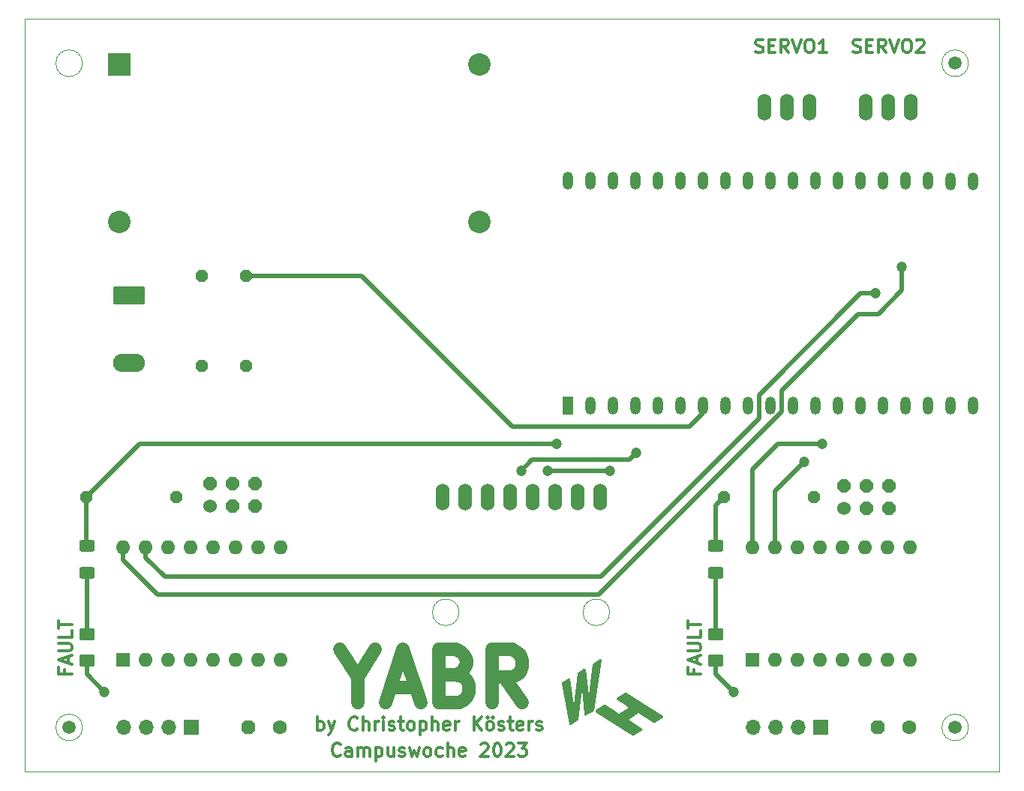
<source format=gbr>
G04 #@! TF.GenerationSoftware,KiCad,Pcbnew,7.0.6-7.0.6~ubuntu22.04.1*
G04 #@! TF.CreationDate,2023-07-18T11:05:44+02:00*
G04 #@! TF.ProjectId,YABR_Bot,59414252-5f42-46f7-942e-6b696361645f,1.0*
G04 #@! TF.SameCoordinates,Original*
G04 #@! TF.FileFunction,Copper,L1,Top*
G04 #@! TF.FilePolarity,Positive*
%FSLAX46Y46*%
G04 Gerber Fmt 4.6, Leading zero omitted, Abs format (unit mm)*
G04 Created by KiCad (PCBNEW 7.0.6-7.0.6~ubuntu22.04.1) date 2023-07-18 11:05:44*
%MOMM*%
%LPD*%
G01*
G04 APERTURE LIST*
G04 Aperture macros list*
%AMRoundRect*
0 Rectangle with rounded corners*
0 $1 Rounding radius*
0 $2 $3 $4 $5 $6 $7 $8 $9 X,Y pos of 4 corners*
0 Add a 4 corners polygon primitive as box body*
4,1,4,$2,$3,$4,$5,$6,$7,$8,$9,$2,$3,0*
0 Add four circle primitives for the rounded corners*
1,1,$1+$1,$2,$3*
1,1,$1+$1,$4,$5*
1,1,$1+$1,$6,$7*
1,1,$1+$1,$8,$9*
0 Add four rect primitives between the rounded corners*
20,1,$1+$1,$2,$3,$4,$5,0*
20,1,$1+$1,$4,$5,$6,$7,0*
20,1,$1+$1,$6,$7,$8,$9,0*
20,1,$1+$1,$8,$9,$2,$3,0*%
%AMOutline5P*
0 Free polygon, 5 corners , with rotation*
0 The origin of the aperture is its center*
0 number of corners: always 5*
0 $1 to $10 corner X, Y*
0 $11 Rotation angle, in degrees counterclockwise*
0 create outline with 5 corners*
4,1,5,$1,$2,$3,$4,$5,$6,$7,$8,$9,$10,$1,$2,$11*%
%AMOutline6P*
0 Free polygon, 6 corners , with rotation*
0 The origin of the aperture is its center*
0 number of corners: always 6*
0 $1 to $12 corner X, Y*
0 $13 Rotation angle, in degrees counterclockwise*
0 create outline with 6 corners*
4,1,6,$1,$2,$3,$4,$5,$6,$7,$8,$9,$10,$11,$12,$1,$2,$13*%
%AMOutline7P*
0 Free polygon, 7 corners , with rotation*
0 The origin of the aperture is its center*
0 number of corners: always 7*
0 $1 to $14 corner X, Y*
0 $15 Rotation angle, in degrees counterclockwise*
0 create outline with 7 corners*
4,1,7,$1,$2,$3,$4,$5,$6,$7,$8,$9,$10,$11,$12,$13,$14,$1,$2,$15*%
%AMOutline8P*
0 Free polygon, 8 corners , with rotation*
0 The origin of the aperture is its center*
0 number of corners: always 8*
0 $1 to $16 corner X, Y*
0 $17 Rotation angle, in degrees counterclockwise*
0 create outline with 8 corners*
4,1,8,$1,$2,$3,$4,$5,$6,$7,$8,$9,$10,$11,$12,$13,$14,$15,$16,$1,$2,$17*%
G04 Aperture macros list end*
G04 #@! TA.AperFunction,Profile*
%ADD10C,0.100000*%
G04 #@! TD*
%ADD11C,0.300000*%
G04 #@! TA.AperFunction,NonConductor*
%ADD12C,0.300000*%
G04 #@! TD*
%ADD13C,1.500000*%
G04 #@! TA.AperFunction,NonConductor*
%ADD14C,1.500000*%
G04 #@! TD*
G04 #@! TA.AperFunction,SMDPad,CuDef*
%ADD15C,1.500000*%
G04 #@! TD*
G04 #@! TA.AperFunction,ComponentPad*
%ADD16Outline8P,-0.660400X0.273547X-0.273547X0.660400X0.273547X0.660400X0.660400X0.273547X0.660400X-0.273547X0.273547X-0.660400X-0.273547X-0.660400X-0.660400X-0.273547X90.000000*%
G04 #@! TD*
G04 #@! TA.AperFunction,ComponentPad*
%ADD17C,1.524000*%
G04 #@! TD*
G04 #@! TA.AperFunction,ComponentPad*
%ADD18Outline8P,-0.762000X0.315631X-0.315631X0.762000X0.315631X0.762000X0.762000X0.315631X0.762000X-0.315631X0.315631X-0.762000X-0.315631X-0.762000X-0.762000X-0.315631X0.000000*%
G04 #@! TD*
G04 #@! TA.AperFunction,ComponentPad*
%ADD19O,1.524000X3.048000*%
G04 #@! TD*
G04 #@! TA.AperFunction,ComponentPad*
%ADD20RoundRect,0.250001X-1.549999X0.799999X-1.549999X-0.799999X1.549999X-0.799999X1.549999X0.799999X0*%
G04 #@! TD*
G04 #@! TA.AperFunction,ComponentPad*
%ADD21O,3.600000X2.100000*%
G04 #@! TD*
G04 #@! TA.AperFunction,ComponentPad*
%ADD22C,1.600200*%
G04 #@! TD*
G04 #@! TA.AperFunction,ComponentPad*
%ADD23Outline8P,-0.800100X0.331412X-0.331412X0.800100X0.331412X0.800100X0.800100X0.331412X0.800100X-0.331412X0.331412X-0.800100X-0.331412X-0.800100X-0.800100X-0.331412X180.000000*%
G04 #@! TD*
G04 #@! TA.AperFunction,ComponentPad*
%ADD24R,2.540000X2.540000*%
G04 #@! TD*
G04 #@! TA.AperFunction,ComponentPad*
%ADD25C,2.540000*%
G04 #@! TD*
G04 #@! TA.AperFunction,ComponentPad*
%ADD26R,1.600000X1.600000*%
G04 #@! TD*
G04 #@! TA.AperFunction,ComponentPad*
%ADD27O,1.600000X1.600000*%
G04 #@! TD*
G04 #@! TA.AperFunction,ComponentPad*
%ADD28R,1.700000X1.700000*%
G04 #@! TD*
G04 #@! TA.AperFunction,ComponentPad*
%ADD29O,1.700000X1.700000*%
G04 #@! TD*
G04 #@! TA.AperFunction,ComponentPad*
%ADD30Outline8P,-0.660400X0.273547X-0.273547X0.660400X0.273547X0.660400X0.660400X0.273547X0.660400X-0.273547X0.273547X-0.660400X-0.273547X-0.660400X-0.660400X-0.273547X180.000000*%
G04 #@! TD*
G04 #@! TA.AperFunction,SMDPad,CuDef*
%ADD31RoundRect,0.250000X-0.625000X0.400000X-0.625000X-0.400000X0.625000X-0.400000X0.625000X0.400000X0*%
G04 #@! TD*
G04 #@! TA.AperFunction,SMDPad,CuDef*
%ADD32RoundRect,0.250001X0.624999X-0.462499X0.624999X0.462499X-0.624999X0.462499X-0.624999X-0.462499X0*%
G04 #@! TD*
G04 #@! TA.AperFunction,ComponentPad*
%ADD33Outline8P,-0.660400X0.273547X-0.273547X0.660400X0.273547X0.660400X0.660400X0.273547X0.660400X-0.273547X0.273547X-0.660400X-0.273547X-0.660400X-0.660400X-0.273547X270.000000*%
G04 #@! TD*
G04 #@! TA.AperFunction,ComponentPad*
%ADD34R,1.200000X2.000000*%
G04 #@! TD*
G04 #@! TA.AperFunction,ComponentPad*
%ADD35O,1.200000X2.000000*%
G04 #@! TD*
G04 #@! TA.AperFunction,ViaPad*
%ADD36C,1.200000*%
G04 #@! TD*
G04 #@! TA.AperFunction,Conductor*
%ADD37C,0.500000*%
G04 #@! TD*
G04 #@! TA.AperFunction,Conductor*
%ADD38C,0.250000*%
G04 #@! TD*
G04 #@! TA.AperFunction,Conductor*
%ADD39C,1.250000*%
G04 #@! TD*
%ADD40C,0.350000*%
G04 APERTURE END LIST*
D10*
X20000000Y-17000000D02*
X130000000Y-17000000D01*
X130000000Y-102000000D01*
X20000000Y-102000000D01*
X20000000Y-17000000D01*
X26500000Y-22000000D02*
G75*
G03*
X26500000Y-22000000I-1500000J0D01*
G01*
X86000000Y-84000000D02*
G75*
G03*
X86000000Y-84000000I-1500000J0D01*
G01*
X126500000Y-97000000D02*
G75*
G03*
X126500000Y-97000000I-1500000J0D01*
G01*
X126500000Y-22000000D02*
G75*
G03*
X126500000Y-22000000I-1500000J0D01*
G01*
X26500000Y-97000000D02*
G75*
G03*
X26500000Y-97000000I-1500000J0D01*
G01*
X69000000Y-84000000D02*
G75*
G03*
X69000000Y-84000000I-1500000J0D01*
G01*
D11*
D12*
X95515114Y-90445489D02*
X95515114Y-90945489D01*
X96300828Y-90945489D02*
X94800828Y-90945489D01*
X94800828Y-90945489D02*
X94800828Y-90231203D01*
X95872257Y-89731203D02*
X95872257Y-89016918D01*
X96300828Y-89874060D02*
X94800828Y-89374060D01*
X94800828Y-89374060D02*
X96300828Y-88874060D01*
X94800828Y-88374061D02*
X96015114Y-88374061D01*
X96015114Y-88374061D02*
X96157971Y-88302632D01*
X96157971Y-88302632D02*
X96229400Y-88231204D01*
X96229400Y-88231204D02*
X96300828Y-88088346D01*
X96300828Y-88088346D02*
X96300828Y-87802632D01*
X96300828Y-87802632D02*
X96229400Y-87659775D01*
X96229400Y-87659775D02*
X96157971Y-87588346D01*
X96157971Y-87588346D02*
X96015114Y-87516918D01*
X96015114Y-87516918D02*
X94800828Y-87516918D01*
X96300828Y-86088346D02*
X96300828Y-86802632D01*
X96300828Y-86802632D02*
X94800828Y-86802632D01*
X94800828Y-85802631D02*
X94800828Y-84945489D01*
X96300828Y-85374060D02*
X94800828Y-85374060D01*
D11*
D12*
X113483082Y-20729400D02*
X113697368Y-20800828D01*
X113697368Y-20800828D02*
X114054510Y-20800828D01*
X114054510Y-20800828D02*
X114197368Y-20729400D01*
X114197368Y-20729400D02*
X114268796Y-20657971D01*
X114268796Y-20657971D02*
X114340225Y-20515114D01*
X114340225Y-20515114D02*
X114340225Y-20372257D01*
X114340225Y-20372257D02*
X114268796Y-20229400D01*
X114268796Y-20229400D02*
X114197368Y-20157971D01*
X114197368Y-20157971D02*
X114054510Y-20086542D01*
X114054510Y-20086542D02*
X113768796Y-20015114D01*
X113768796Y-20015114D02*
X113625939Y-19943685D01*
X113625939Y-19943685D02*
X113554510Y-19872257D01*
X113554510Y-19872257D02*
X113483082Y-19729400D01*
X113483082Y-19729400D02*
X113483082Y-19586542D01*
X113483082Y-19586542D02*
X113554510Y-19443685D01*
X113554510Y-19443685D02*
X113625939Y-19372257D01*
X113625939Y-19372257D02*
X113768796Y-19300828D01*
X113768796Y-19300828D02*
X114125939Y-19300828D01*
X114125939Y-19300828D02*
X114340225Y-19372257D01*
X114983081Y-20015114D02*
X115483081Y-20015114D01*
X115697367Y-20800828D02*
X114983081Y-20800828D01*
X114983081Y-20800828D02*
X114983081Y-19300828D01*
X114983081Y-19300828D02*
X115697367Y-19300828D01*
X117197367Y-20800828D02*
X116697367Y-20086542D01*
X116340224Y-20800828D02*
X116340224Y-19300828D01*
X116340224Y-19300828D02*
X116911653Y-19300828D01*
X116911653Y-19300828D02*
X117054510Y-19372257D01*
X117054510Y-19372257D02*
X117125939Y-19443685D01*
X117125939Y-19443685D02*
X117197367Y-19586542D01*
X117197367Y-19586542D02*
X117197367Y-19800828D01*
X117197367Y-19800828D02*
X117125939Y-19943685D01*
X117125939Y-19943685D02*
X117054510Y-20015114D01*
X117054510Y-20015114D02*
X116911653Y-20086542D01*
X116911653Y-20086542D02*
X116340224Y-20086542D01*
X117625939Y-19300828D02*
X118125939Y-20800828D01*
X118125939Y-20800828D02*
X118625939Y-19300828D01*
X119411653Y-19300828D02*
X119697367Y-19300828D01*
X119697367Y-19300828D02*
X119840224Y-19372257D01*
X119840224Y-19372257D02*
X119983081Y-19515114D01*
X119983081Y-19515114D02*
X120054510Y-19800828D01*
X120054510Y-19800828D02*
X120054510Y-20300828D01*
X120054510Y-20300828D02*
X119983081Y-20586542D01*
X119983081Y-20586542D02*
X119840224Y-20729400D01*
X119840224Y-20729400D02*
X119697367Y-20800828D01*
X119697367Y-20800828D02*
X119411653Y-20800828D01*
X119411653Y-20800828D02*
X119268796Y-20729400D01*
X119268796Y-20729400D02*
X119125938Y-20586542D01*
X119125938Y-20586542D02*
X119054510Y-20300828D01*
X119054510Y-20300828D02*
X119054510Y-19800828D01*
X119054510Y-19800828D02*
X119125938Y-19515114D01*
X119125938Y-19515114D02*
X119268796Y-19372257D01*
X119268796Y-19372257D02*
X119411653Y-19300828D01*
X120625939Y-19443685D02*
X120697367Y-19372257D01*
X120697367Y-19372257D02*
X120840225Y-19300828D01*
X120840225Y-19300828D02*
X121197367Y-19300828D01*
X121197367Y-19300828D02*
X121340225Y-19372257D01*
X121340225Y-19372257D02*
X121411653Y-19443685D01*
X121411653Y-19443685D02*
X121483082Y-19586542D01*
X121483082Y-19586542D02*
X121483082Y-19729400D01*
X121483082Y-19729400D02*
X121411653Y-19943685D01*
X121411653Y-19943685D02*
X120554510Y-20800828D01*
X120554510Y-20800828D02*
X121483082Y-20800828D01*
D11*
D12*
X53034510Y-97330828D02*
X53034510Y-95830828D01*
X53034510Y-96402257D02*
X53177368Y-96330828D01*
X53177368Y-96330828D02*
X53463082Y-96330828D01*
X53463082Y-96330828D02*
X53605939Y-96402257D01*
X53605939Y-96402257D02*
X53677368Y-96473685D01*
X53677368Y-96473685D02*
X53748796Y-96616542D01*
X53748796Y-96616542D02*
X53748796Y-97045114D01*
X53748796Y-97045114D02*
X53677368Y-97187971D01*
X53677368Y-97187971D02*
X53605939Y-97259400D01*
X53605939Y-97259400D02*
X53463082Y-97330828D01*
X53463082Y-97330828D02*
X53177368Y-97330828D01*
X53177368Y-97330828D02*
X53034510Y-97259400D01*
X54248796Y-96330828D02*
X54605939Y-97330828D01*
X54963082Y-96330828D02*
X54605939Y-97330828D01*
X54605939Y-97330828D02*
X54463082Y-97687971D01*
X54463082Y-97687971D02*
X54391653Y-97759400D01*
X54391653Y-97759400D02*
X54248796Y-97830828D01*
X57534510Y-97187971D02*
X57463082Y-97259400D01*
X57463082Y-97259400D02*
X57248796Y-97330828D01*
X57248796Y-97330828D02*
X57105939Y-97330828D01*
X57105939Y-97330828D02*
X56891653Y-97259400D01*
X56891653Y-97259400D02*
X56748796Y-97116542D01*
X56748796Y-97116542D02*
X56677367Y-96973685D01*
X56677367Y-96973685D02*
X56605939Y-96687971D01*
X56605939Y-96687971D02*
X56605939Y-96473685D01*
X56605939Y-96473685D02*
X56677367Y-96187971D01*
X56677367Y-96187971D02*
X56748796Y-96045114D01*
X56748796Y-96045114D02*
X56891653Y-95902257D01*
X56891653Y-95902257D02*
X57105939Y-95830828D01*
X57105939Y-95830828D02*
X57248796Y-95830828D01*
X57248796Y-95830828D02*
X57463082Y-95902257D01*
X57463082Y-95902257D02*
X57534510Y-95973685D01*
X58177367Y-97330828D02*
X58177367Y-95830828D01*
X58820225Y-97330828D02*
X58820225Y-96545114D01*
X58820225Y-96545114D02*
X58748796Y-96402257D01*
X58748796Y-96402257D02*
X58605939Y-96330828D01*
X58605939Y-96330828D02*
X58391653Y-96330828D01*
X58391653Y-96330828D02*
X58248796Y-96402257D01*
X58248796Y-96402257D02*
X58177367Y-96473685D01*
X59534510Y-97330828D02*
X59534510Y-96330828D01*
X59534510Y-96616542D02*
X59605939Y-96473685D01*
X59605939Y-96473685D02*
X59677368Y-96402257D01*
X59677368Y-96402257D02*
X59820225Y-96330828D01*
X59820225Y-96330828D02*
X59963082Y-96330828D01*
X60463081Y-97330828D02*
X60463081Y-96330828D01*
X60463081Y-95830828D02*
X60391653Y-95902257D01*
X60391653Y-95902257D02*
X60463081Y-95973685D01*
X60463081Y-95973685D02*
X60534510Y-95902257D01*
X60534510Y-95902257D02*
X60463081Y-95830828D01*
X60463081Y-95830828D02*
X60463081Y-95973685D01*
X61105939Y-97259400D02*
X61248796Y-97330828D01*
X61248796Y-97330828D02*
X61534510Y-97330828D01*
X61534510Y-97330828D02*
X61677367Y-97259400D01*
X61677367Y-97259400D02*
X61748796Y-97116542D01*
X61748796Y-97116542D02*
X61748796Y-97045114D01*
X61748796Y-97045114D02*
X61677367Y-96902257D01*
X61677367Y-96902257D02*
X61534510Y-96830828D01*
X61534510Y-96830828D02*
X61320225Y-96830828D01*
X61320225Y-96830828D02*
X61177367Y-96759400D01*
X61177367Y-96759400D02*
X61105939Y-96616542D01*
X61105939Y-96616542D02*
X61105939Y-96545114D01*
X61105939Y-96545114D02*
X61177367Y-96402257D01*
X61177367Y-96402257D02*
X61320225Y-96330828D01*
X61320225Y-96330828D02*
X61534510Y-96330828D01*
X61534510Y-96330828D02*
X61677367Y-96402257D01*
X62177368Y-96330828D02*
X62748796Y-96330828D01*
X62391653Y-95830828D02*
X62391653Y-97116542D01*
X62391653Y-97116542D02*
X62463082Y-97259400D01*
X62463082Y-97259400D02*
X62605939Y-97330828D01*
X62605939Y-97330828D02*
X62748796Y-97330828D01*
X63463082Y-97330828D02*
X63320225Y-97259400D01*
X63320225Y-97259400D02*
X63248796Y-97187971D01*
X63248796Y-97187971D02*
X63177368Y-97045114D01*
X63177368Y-97045114D02*
X63177368Y-96616542D01*
X63177368Y-96616542D02*
X63248796Y-96473685D01*
X63248796Y-96473685D02*
X63320225Y-96402257D01*
X63320225Y-96402257D02*
X63463082Y-96330828D01*
X63463082Y-96330828D02*
X63677368Y-96330828D01*
X63677368Y-96330828D02*
X63820225Y-96402257D01*
X63820225Y-96402257D02*
X63891654Y-96473685D01*
X63891654Y-96473685D02*
X63963082Y-96616542D01*
X63963082Y-96616542D02*
X63963082Y-97045114D01*
X63963082Y-97045114D02*
X63891654Y-97187971D01*
X63891654Y-97187971D02*
X63820225Y-97259400D01*
X63820225Y-97259400D02*
X63677368Y-97330828D01*
X63677368Y-97330828D02*
X63463082Y-97330828D01*
X64605939Y-96330828D02*
X64605939Y-97830828D01*
X64605939Y-96402257D02*
X64748797Y-96330828D01*
X64748797Y-96330828D02*
X65034511Y-96330828D01*
X65034511Y-96330828D02*
X65177368Y-96402257D01*
X65177368Y-96402257D02*
X65248797Y-96473685D01*
X65248797Y-96473685D02*
X65320225Y-96616542D01*
X65320225Y-96616542D02*
X65320225Y-97045114D01*
X65320225Y-97045114D02*
X65248797Y-97187971D01*
X65248797Y-97187971D02*
X65177368Y-97259400D01*
X65177368Y-97259400D02*
X65034511Y-97330828D01*
X65034511Y-97330828D02*
X64748797Y-97330828D01*
X64748797Y-97330828D02*
X64605939Y-97259400D01*
X65963082Y-97330828D02*
X65963082Y-95830828D01*
X66605940Y-97330828D02*
X66605940Y-96545114D01*
X66605940Y-96545114D02*
X66534511Y-96402257D01*
X66534511Y-96402257D02*
X66391654Y-96330828D01*
X66391654Y-96330828D02*
X66177368Y-96330828D01*
X66177368Y-96330828D02*
X66034511Y-96402257D01*
X66034511Y-96402257D02*
X65963082Y-96473685D01*
X67891654Y-97259400D02*
X67748797Y-97330828D01*
X67748797Y-97330828D02*
X67463083Y-97330828D01*
X67463083Y-97330828D02*
X67320225Y-97259400D01*
X67320225Y-97259400D02*
X67248797Y-97116542D01*
X67248797Y-97116542D02*
X67248797Y-96545114D01*
X67248797Y-96545114D02*
X67320225Y-96402257D01*
X67320225Y-96402257D02*
X67463083Y-96330828D01*
X67463083Y-96330828D02*
X67748797Y-96330828D01*
X67748797Y-96330828D02*
X67891654Y-96402257D01*
X67891654Y-96402257D02*
X67963083Y-96545114D01*
X67963083Y-96545114D02*
X67963083Y-96687971D01*
X67963083Y-96687971D02*
X67248797Y-96830828D01*
X68605939Y-97330828D02*
X68605939Y-96330828D01*
X68605939Y-96616542D02*
X68677368Y-96473685D01*
X68677368Y-96473685D02*
X68748797Y-96402257D01*
X68748797Y-96402257D02*
X68891654Y-96330828D01*
X68891654Y-96330828D02*
X69034511Y-96330828D01*
X70677367Y-97330828D02*
X70677367Y-95830828D01*
X71534510Y-97330828D02*
X70891653Y-96473685D01*
X71534510Y-95830828D02*
X70677367Y-96687971D01*
X72391653Y-97330828D02*
X72248796Y-97259400D01*
X72248796Y-97259400D02*
X72177367Y-97187971D01*
X72177367Y-97187971D02*
X72105939Y-97045114D01*
X72105939Y-97045114D02*
X72105939Y-96616542D01*
X72105939Y-96616542D02*
X72177367Y-96473685D01*
X72177367Y-96473685D02*
X72248796Y-96402257D01*
X72248796Y-96402257D02*
X72391653Y-96330828D01*
X72391653Y-96330828D02*
X72605939Y-96330828D01*
X72605939Y-96330828D02*
X72748796Y-96402257D01*
X72748796Y-96402257D02*
X72820225Y-96473685D01*
X72820225Y-96473685D02*
X72891653Y-96616542D01*
X72891653Y-96616542D02*
X72891653Y-97045114D01*
X72891653Y-97045114D02*
X72820225Y-97187971D01*
X72820225Y-97187971D02*
X72748796Y-97259400D01*
X72748796Y-97259400D02*
X72605939Y-97330828D01*
X72605939Y-97330828D02*
X72391653Y-97330828D01*
X72248796Y-95830828D02*
X72320225Y-95902257D01*
X72320225Y-95902257D02*
X72248796Y-95973685D01*
X72248796Y-95973685D02*
X72177367Y-95902257D01*
X72177367Y-95902257D02*
X72248796Y-95830828D01*
X72248796Y-95830828D02*
X72248796Y-95973685D01*
X72820225Y-95830828D02*
X72891653Y-95902257D01*
X72891653Y-95902257D02*
X72820225Y-95973685D01*
X72820225Y-95973685D02*
X72748796Y-95902257D01*
X72748796Y-95902257D02*
X72820225Y-95830828D01*
X72820225Y-95830828D02*
X72820225Y-95973685D01*
X73463082Y-97259400D02*
X73605939Y-97330828D01*
X73605939Y-97330828D02*
X73891653Y-97330828D01*
X73891653Y-97330828D02*
X74034510Y-97259400D01*
X74034510Y-97259400D02*
X74105939Y-97116542D01*
X74105939Y-97116542D02*
X74105939Y-97045114D01*
X74105939Y-97045114D02*
X74034510Y-96902257D01*
X74034510Y-96902257D02*
X73891653Y-96830828D01*
X73891653Y-96830828D02*
X73677368Y-96830828D01*
X73677368Y-96830828D02*
X73534510Y-96759400D01*
X73534510Y-96759400D02*
X73463082Y-96616542D01*
X73463082Y-96616542D02*
X73463082Y-96545114D01*
X73463082Y-96545114D02*
X73534510Y-96402257D01*
X73534510Y-96402257D02*
X73677368Y-96330828D01*
X73677368Y-96330828D02*
X73891653Y-96330828D01*
X73891653Y-96330828D02*
X74034510Y-96402257D01*
X74534511Y-96330828D02*
X75105939Y-96330828D01*
X74748796Y-95830828D02*
X74748796Y-97116542D01*
X74748796Y-97116542D02*
X74820225Y-97259400D01*
X74820225Y-97259400D02*
X74963082Y-97330828D01*
X74963082Y-97330828D02*
X75105939Y-97330828D01*
X76177368Y-97259400D02*
X76034511Y-97330828D01*
X76034511Y-97330828D02*
X75748797Y-97330828D01*
X75748797Y-97330828D02*
X75605939Y-97259400D01*
X75605939Y-97259400D02*
X75534511Y-97116542D01*
X75534511Y-97116542D02*
X75534511Y-96545114D01*
X75534511Y-96545114D02*
X75605939Y-96402257D01*
X75605939Y-96402257D02*
X75748797Y-96330828D01*
X75748797Y-96330828D02*
X76034511Y-96330828D01*
X76034511Y-96330828D02*
X76177368Y-96402257D01*
X76177368Y-96402257D02*
X76248797Y-96545114D01*
X76248797Y-96545114D02*
X76248797Y-96687971D01*
X76248797Y-96687971D02*
X75534511Y-96830828D01*
X76891653Y-97330828D02*
X76891653Y-96330828D01*
X76891653Y-96616542D02*
X76963082Y-96473685D01*
X76963082Y-96473685D02*
X77034511Y-96402257D01*
X77034511Y-96402257D02*
X77177368Y-96330828D01*
X77177368Y-96330828D02*
X77320225Y-96330828D01*
X77748796Y-97259400D02*
X77891653Y-97330828D01*
X77891653Y-97330828D02*
X78177367Y-97330828D01*
X78177367Y-97330828D02*
X78320224Y-97259400D01*
X78320224Y-97259400D02*
X78391653Y-97116542D01*
X78391653Y-97116542D02*
X78391653Y-97045114D01*
X78391653Y-97045114D02*
X78320224Y-96902257D01*
X78320224Y-96902257D02*
X78177367Y-96830828D01*
X78177367Y-96830828D02*
X77963082Y-96830828D01*
X77963082Y-96830828D02*
X77820224Y-96759400D01*
X77820224Y-96759400D02*
X77748796Y-96616542D01*
X77748796Y-96616542D02*
X77748796Y-96545114D01*
X77748796Y-96545114D02*
X77820224Y-96402257D01*
X77820224Y-96402257D02*
X77963082Y-96330828D01*
X77963082Y-96330828D02*
X78177367Y-96330828D01*
X78177367Y-96330828D02*
X78320224Y-96402257D01*
D11*
D12*
X55611653Y-100137971D02*
X55540225Y-100209400D01*
X55540225Y-100209400D02*
X55325939Y-100280828D01*
X55325939Y-100280828D02*
X55183082Y-100280828D01*
X55183082Y-100280828D02*
X54968796Y-100209400D01*
X54968796Y-100209400D02*
X54825939Y-100066542D01*
X54825939Y-100066542D02*
X54754510Y-99923685D01*
X54754510Y-99923685D02*
X54683082Y-99637971D01*
X54683082Y-99637971D02*
X54683082Y-99423685D01*
X54683082Y-99423685D02*
X54754510Y-99137971D01*
X54754510Y-99137971D02*
X54825939Y-98995114D01*
X54825939Y-98995114D02*
X54968796Y-98852257D01*
X54968796Y-98852257D02*
X55183082Y-98780828D01*
X55183082Y-98780828D02*
X55325939Y-98780828D01*
X55325939Y-98780828D02*
X55540225Y-98852257D01*
X55540225Y-98852257D02*
X55611653Y-98923685D01*
X56897368Y-100280828D02*
X56897368Y-99495114D01*
X56897368Y-99495114D02*
X56825939Y-99352257D01*
X56825939Y-99352257D02*
X56683082Y-99280828D01*
X56683082Y-99280828D02*
X56397368Y-99280828D01*
X56397368Y-99280828D02*
X56254510Y-99352257D01*
X56897368Y-100209400D02*
X56754510Y-100280828D01*
X56754510Y-100280828D02*
X56397368Y-100280828D01*
X56397368Y-100280828D02*
X56254510Y-100209400D01*
X56254510Y-100209400D02*
X56183082Y-100066542D01*
X56183082Y-100066542D02*
X56183082Y-99923685D01*
X56183082Y-99923685D02*
X56254510Y-99780828D01*
X56254510Y-99780828D02*
X56397368Y-99709400D01*
X56397368Y-99709400D02*
X56754510Y-99709400D01*
X56754510Y-99709400D02*
X56897368Y-99637971D01*
X57611653Y-100280828D02*
X57611653Y-99280828D01*
X57611653Y-99423685D02*
X57683082Y-99352257D01*
X57683082Y-99352257D02*
X57825939Y-99280828D01*
X57825939Y-99280828D02*
X58040225Y-99280828D01*
X58040225Y-99280828D02*
X58183082Y-99352257D01*
X58183082Y-99352257D02*
X58254511Y-99495114D01*
X58254511Y-99495114D02*
X58254511Y-100280828D01*
X58254511Y-99495114D02*
X58325939Y-99352257D01*
X58325939Y-99352257D02*
X58468796Y-99280828D01*
X58468796Y-99280828D02*
X58683082Y-99280828D01*
X58683082Y-99280828D02*
X58825939Y-99352257D01*
X58825939Y-99352257D02*
X58897368Y-99495114D01*
X58897368Y-99495114D02*
X58897368Y-100280828D01*
X59611653Y-99280828D02*
X59611653Y-100780828D01*
X59611653Y-99352257D02*
X59754511Y-99280828D01*
X59754511Y-99280828D02*
X60040225Y-99280828D01*
X60040225Y-99280828D02*
X60183082Y-99352257D01*
X60183082Y-99352257D02*
X60254511Y-99423685D01*
X60254511Y-99423685D02*
X60325939Y-99566542D01*
X60325939Y-99566542D02*
X60325939Y-99995114D01*
X60325939Y-99995114D02*
X60254511Y-100137971D01*
X60254511Y-100137971D02*
X60183082Y-100209400D01*
X60183082Y-100209400D02*
X60040225Y-100280828D01*
X60040225Y-100280828D02*
X59754511Y-100280828D01*
X59754511Y-100280828D02*
X59611653Y-100209400D01*
X61611654Y-99280828D02*
X61611654Y-100280828D01*
X60968796Y-99280828D02*
X60968796Y-100066542D01*
X60968796Y-100066542D02*
X61040225Y-100209400D01*
X61040225Y-100209400D02*
X61183082Y-100280828D01*
X61183082Y-100280828D02*
X61397368Y-100280828D01*
X61397368Y-100280828D02*
X61540225Y-100209400D01*
X61540225Y-100209400D02*
X61611654Y-100137971D01*
X62254511Y-100209400D02*
X62397368Y-100280828D01*
X62397368Y-100280828D02*
X62683082Y-100280828D01*
X62683082Y-100280828D02*
X62825939Y-100209400D01*
X62825939Y-100209400D02*
X62897368Y-100066542D01*
X62897368Y-100066542D02*
X62897368Y-99995114D01*
X62897368Y-99995114D02*
X62825939Y-99852257D01*
X62825939Y-99852257D02*
X62683082Y-99780828D01*
X62683082Y-99780828D02*
X62468797Y-99780828D01*
X62468797Y-99780828D02*
X62325939Y-99709400D01*
X62325939Y-99709400D02*
X62254511Y-99566542D01*
X62254511Y-99566542D02*
X62254511Y-99495114D01*
X62254511Y-99495114D02*
X62325939Y-99352257D01*
X62325939Y-99352257D02*
X62468797Y-99280828D01*
X62468797Y-99280828D02*
X62683082Y-99280828D01*
X62683082Y-99280828D02*
X62825939Y-99352257D01*
X63397368Y-99280828D02*
X63683083Y-100280828D01*
X63683083Y-100280828D02*
X63968797Y-99566542D01*
X63968797Y-99566542D02*
X64254511Y-100280828D01*
X64254511Y-100280828D02*
X64540225Y-99280828D01*
X65325940Y-100280828D02*
X65183083Y-100209400D01*
X65183083Y-100209400D02*
X65111654Y-100137971D01*
X65111654Y-100137971D02*
X65040226Y-99995114D01*
X65040226Y-99995114D02*
X65040226Y-99566542D01*
X65040226Y-99566542D02*
X65111654Y-99423685D01*
X65111654Y-99423685D02*
X65183083Y-99352257D01*
X65183083Y-99352257D02*
X65325940Y-99280828D01*
X65325940Y-99280828D02*
X65540226Y-99280828D01*
X65540226Y-99280828D02*
X65683083Y-99352257D01*
X65683083Y-99352257D02*
X65754512Y-99423685D01*
X65754512Y-99423685D02*
X65825940Y-99566542D01*
X65825940Y-99566542D02*
X65825940Y-99995114D01*
X65825940Y-99995114D02*
X65754512Y-100137971D01*
X65754512Y-100137971D02*
X65683083Y-100209400D01*
X65683083Y-100209400D02*
X65540226Y-100280828D01*
X65540226Y-100280828D02*
X65325940Y-100280828D01*
X67111655Y-100209400D02*
X66968797Y-100280828D01*
X66968797Y-100280828D02*
X66683083Y-100280828D01*
X66683083Y-100280828D02*
X66540226Y-100209400D01*
X66540226Y-100209400D02*
X66468797Y-100137971D01*
X66468797Y-100137971D02*
X66397369Y-99995114D01*
X66397369Y-99995114D02*
X66397369Y-99566542D01*
X66397369Y-99566542D02*
X66468797Y-99423685D01*
X66468797Y-99423685D02*
X66540226Y-99352257D01*
X66540226Y-99352257D02*
X66683083Y-99280828D01*
X66683083Y-99280828D02*
X66968797Y-99280828D01*
X66968797Y-99280828D02*
X67111655Y-99352257D01*
X67754511Y-100280828D02*
X67754511Y-98780828D01*
X68397369Y-100280828D02*
X68397369Y-99495114D01*
X68397369Y-99495114D02*
X68325940Y-99352257D01*
X68325940Y-99352257D02*
X68183083Y-99280828D01*
X68183083Y-99280828D02*
X67968797Y-99280828D01*
X67968797Y-99280828D02*
X67825940Y-99352257D01*
X67825940Y-99352257D02*
X67754511Y-99423685D01*
X69683083Y-100209400D02*
X69540226Y-100280828D01*
X69540226Y-100280828D02*
X69254512Y-100280828D01*
X69254512Y-100280828D02*
X69111654Y-100209400D01*
X69111654Y-100209400D02*
X69040226Y-100066542D01*
X69040226Y-100066542D02*
X69040226Y-99495114D01*
X69040226Y-99495114D02*
X69111654Y-99352257D01*
X69111654Y-99352257D02*
X69254512Y-99280828D01*
X69254512Y-99280828D02*
X69540226Y-99280828D01*
X69540226Y-99280828D02*
X69683083Y-99352257D01*
X69683083Y-99352257D02*
X69754512Y-99495114D01*
X69754512Y-99495114D02*
X69754512Y-99637971D01*
X69754512Y-99637971D02*
X69040226Y-99780828D01*
X71468797Y-98923685D02*
X71540225Y-98852257D01*
X71540225Y-98852257D02*
X71683083Y-98780828D01*
X71683083Y-98780828D02*
X72040225Y-98780828D01*
X72040225Y-98780828D02*
X72183083Y-98852257D01*
X72183083Y-98852257D02*
X72254511Y-98923685D01*
X72254511Y-98923685D02*
X72325940Y-99066542D01*
X72325940Y-99066542D02*
X72325940Y-99209400D01*
X72325940Y-99209400D02*
X72254511Y-99423685D01*
X72254511Y-99423685D02*
X71397368Y-100280828D01*
X71397368Y-100280828D02*
X72325940Y-100280828D01*
X73254511Y-98780828D02*
X73397368Y-98780828D01*
X73397368Y-98780828D02*
X73540225Y-98852257D01*
X73540225Y-98852257D02*
X73611654Y-98923685D01*
X73611654Y-98923685D02*
X73683082Y-99066542D01*
X73683082Y-99066542D02*
X73754511Y-99352257D01*
X73754511Y-99352257D02*
X73754511Y-99709400D01*
X73754511Y-99709400D02*
X73683082Y-99995114D01*
X73683082Y-99995114D02*
X73611654Y-100137971D01*
X73611654Y-100137971D02*
X73540225Y-100209400D01*
X73540225Y-100209400D02*
X73397368Y-100280828D01*
X73397368Y-100280828D02*
X73254511Y-100280828D01*
X73254511Y-100280828D02*
X73111654Y-100209400D01*
X73111654Y-100209400D02*
X73040225Y-100137971D01*
X73040225Y-100137971D02*
X72968796Y-99995114D01*
X72968796Y-99995114D02*
X72897368Y-99709400D01*
X72897368Y-99709400D02*
X72897368Y-99352257D01*
X72897368Y-99352257D02*
X72968796Y-99066542D01*
X72968796Y-99066542D02*
X73040225Y-98923685D01*
X73040225Y-98923685D02*
X73111654Y-98852257D01*
X73111654Y-98852257D02*
X73254511Y-98780828D01*
X74325939Y-98923685D02*
X74397367Y-98852257D01*
X74397367Y-98852257D02*
X74540225Y-98780828D01*
X74540225Y-98780828D02*
X74897367Y-98780828D01*
X74897367Y-98780828D02*
X75040225Y-98852257D01*
X75040225Y-98852257D02*
X75111653Y-98923685D01*
X75111653Y-98923685D02*
X75183082Y-99066542D01*
X75183082Y-99066542D02*
X75183082Y-99209400D01*
X75183082Y-99209400D02*
X75111653Y-99423685D01*
X75111653Y-99423685D02*
X74254510Y-100280828D01*
X74254510Y-100280828D02*
X75183082Y-100280828D01*
X75683081Y-98780828D02*
X76611653Y-98780828D01*
X76611653Y-98780828D02*
X76111653Y-99352257D01*
X76111653Y-99352257D02*
X76325938Y-99352257D01*
X76325938Y-99352257D02*
X76468796Y-99423685D01*
X76468796Y-99423685D02*
X76540224Y-99495114D01*
X76540224Y-99495114D02*
X76611653Y-99637971D01*
X76611653Y-99637971D02*
X76611653Y-99995114D01*
X76611653Y-99995114D02*
X76540224Y-100137971D01*
X76540224Y-100137971D02*
X76468796Y-100209400D01*
X76468796Y-100209400D02*
X76325938Y-100280828D01*
X76325938Y-100280828D02*
X75897367Y-100280828D01*
X75897367Y-100280828D02*
X75754510Y-100209400D01*
X75754510Y-100209400D02*
X75683081Y-100137971D01*
D13*
D14*
X57558270Y-91330571D02*
X57558270Y-94187714D01*
X55558270Y-88187714D02*
X57558270Y-91330571D01*
X57558270Y-91330571D02*
X59558270Y-88187714D01*
X61272556Y-92473428D02*
X64129699Y-92473428D01*
X60701127Y-94187714D02*
X62701127Y-88187714D01*
X62701127Y-88187714D02*
X64701127Y-94187714D01*
X68701127Y-91044857D02*
X69558270Y-91330571D01*
X69558270Y-91330571D02*
X69843984Y-91616285D01*
X69843984Y-91616285D02*
X70129698Y-92187714D01*
X70129698Y-92187714D02*
X70129698Y-93044857D01*
X70129698Y-93044857D02*
X69843984Y-93616285D01*
X69843984Y-93616285D02*
X69558270Y-93902000D01*
X69558270Y-93902000D02*
X68986841Y-94187714D01*
X68986841Y-94187714D02*
X66701127Y-94187714D01*
X66701127Y-94187714D02*
X66701127Y-88187714D01*
X66701127Y-88187714D02*
X68701127Y-88187714D01*
X68701127Y-88187714D02*
X69272556Y-88473428D01*
X69272556Y-88473428D02*
X69558270Y-88759142D01*
X69558270Y-88759142D02*
X69843984Y-89330571D01*
X69843984Y-89330571D02*
X69843984Y-89902000D01*
X69843984Y-89902000D02*
X69558270Y-90473428D01*
X69558270Y-90473428D02*
X69272556Y-90759142D01*
X69272556Y-90759142D02*
X68701127Y-91044857D01*
X68701127Y-91044857D02*
X66701127Y-91044857D01*
X76129698Y-94187714D02*
X74129698Y-91330571D01*
X72701127Y-94187714D02*
X72701127Y-88187714D01*
X72701127Y-88187714D02*
X74986841Y-88187714D01*
X74986841Y-88187714D02*
X75558270Y-88473428D01*
X75558270Y-88473428D02*
X75843984Y-88759142D01*
X75843984Y-88759142D02*
X76129698Y-89330571D01*
X76129698Y-89330571D02*
X76129698Y-90187714D01*
X76129698Y-90187714D02*
X75843984Y-90759142D01*
X75843984Y-90759142D02*
X75558270Y-91044857D01*
X75558270Y-91044857D02*
X74986841Y-91330571D01*
X74986841Y-91330571D02*
X72701127Y-91330571D01*
D11*
D12*
X102483082Y-20729400D02*
X102697368Y-20800828D01*
X102697368Y-20800828D02*
X103054510Y-20800828D01*
X103054510Y-20800828D02*
X103197368Y-20729400D01*
X103197368Y-20729400D02*
X103268796Y-20657971D01*
X103268796Y-20657971D02*
X103340225Y-20515114D01*
X103340225Y-20515114D02*
X103340225Y-20372257D01*
X103340225Y-20372257D02*
X103268796Y-20229400D01*
X103268796Y-20229400D02*
X103197368Y-20157971D01*
X103197368Y-20157971D02*
X103054510Y-20086542D01*
X103054510Y-20086542D02*
X102768796Y-20015114D01*
X102768796Y-20015114D02*
X102625939Y-19943685D01*
X102625939Y-19943685D02*
X102554510Y-19872257D01*
X102554510Y-19872257D02*
X102483082Y-19729400D01*
X102483082Y-19729400D02*
X102483082Y-19586542D01*
X102483082Y-19586542D02*
X102554510Y-19443685D01*
X102554510Y-19443685D02*
X102625939Y-19372257D01*
X102625939Y-19372257D02*
X102768796Y-19300828D01*
X102768796Y-19300828D02*
X103125939Y-19300828D01*
X103125939Y-19300828D02*
X103340225Y-19372257D01*
X103983081Y-20015114D02*
X104483081Y-20015114D01*
X104697367Y-20800828D02*
X103983081Y-20800828D01*
X103983081Y-20800828D02*
X103983081Y-19300828D01*
X103983081Y-19300828D02*
X104697367Y-19300828D01*
X106197367Y-20800828D02*
X105697367Y-20086542D01*
X105340224Y-20800828D02*
X105340224Y-19300828D01*
X105340224Y-19300828D02*
X105911653Y-19300828D01*
X105911653Y-19300828D02*
X106054510Y-19372257D01*
X106054510Y-19372257D02*
X106125939Y-19443685D01*
X106125939Y-19443685D02*
X106197367Y-19586542D01*
X106197367Y-19586542D02*
X106197367Y-19800828D01*
X106197367Y-19800828D02*
X106125939Y-19943685D01*
X106125939Y-19943685D02*
X106054510Y-20015114D01*
X106054510Y-20015114D02*
X105911653Y-20086542D01*
X105911653Y-20086542D02*
X105340224Y-20086542D01*
X106625939Y-19300828D02*
X107125939Y-20800828D01*
X107125939Y-20800828D02*
X107625939Y-19300828D01*
X108411653Y-19300828D02*
X108697367Y-19300828D01*
X108697367Y-19300828D02*
X108840224Y-19372257D01*
X108840224Y-19372257D02*
X108983081Y-19515114D01*
X108983081Y-19515114D02*
X109054510Y-19800828D01*
X109054510Y-19800828D02*
X109054510Y-20300828D01*
X109054510Y-20300828D02*
X108983081Y-20586542D01*
X108983081Y-20586542D02*
X108840224Y-20729400D01*
X108840224Y-20729400D02*
X108697367Y-20800828D01*
X108697367Y-20800828D02*
X108411653Y-20800828D01*
X108411653Y-20800828D02*
X108268796Y-20729400D01*
X108268796Y-20729400D02*
X108125938Y-20586542D01*
X108125938Y-20586542D02*
X108054510Y-20300828D01*
X108054510Y-20300828D02*
X108054510Y-19800828D01*
X108054510Y-19800828D02*
X108125938Y-19515114D01*
X108125938Y-19515114D02*
X108268796Y-19372257D01*
X108268796Y-19372257D02*
X108411653Y-19300828D01*
X110483082Y-20800828D02*
X109625939Y-20800828D01*
X110054510Y-20800828D02*
X110054510Y-19300828D01*
X110054510Y-19300828D02*
X109911653Y-19515114D01*
X109911653Y-19515114D02*
X109768796Y-19657971D01*
X109768796Y-19657971D02*
X109625939Y-19729400D01*
D11*
D12*
X24515114Y-90445489D02*
X24515114Y-90945489D01*
X25300828Y-90945489D02*
X23800828Y-90945489D01*
X23800828Y-90945489D02*
X23800828Y-90231203D01*
X24872257Y-89731203D02*
X24872257Y-89016918D01*
X25300828Y-89874060D02*
X23800828Y-89374060D01*
X23800828Y-89374060D02*
X25300828Y-88874060D01*
X23800828Y-88374061D02*
X25015114Y-88374061D01*
X25015114Y-88374061D02*
X25157971Y-88302632D01*
X25157971Y-88302632D02*
X25229400Y-88231204D01*
X25229400Y-88231204D02*
X25300828Y-88088346D01*
X25300828Y-88088346D02*
X25300828Y-87802632D01*
X25300828Y-87802632D02*
X25229400Y-87659775D01*
X25229400Y-87659775D02*
X25157971Y-87588346D01*
X25157971Y-87588346D02*
X25015114Y-87516918D01*
X25015114Y-87516918D02*
X23800828Y-87516918D01*
X25300828Y-86088346D02*
X25300828Y-86802632D01*
X25300828Y-86802632D02*
X23800828Y-86802632D01*
X23800828Y-85802631D02*
X23800828Y-84945489D01*
X25300828Y-85374060D02*
X23800828Y-85374060D01*
D15*
X125000000Y-22000000D03*
X125000000Y-97000000D03*
X25000000Y-97000000D03*
D16*
X45000000Y-56160000D03*
X45000000Y-46000000D03*
D17*
X112460000Y-72270000D03*
D18*
X112460000Y-69730000D03*
X115000000Y-72270000D03*
X115000000Y-69730000D03*
X117540000Y-72270000D03*
X117540000Y-69730000D03*
D19*
X84890000Y-71000000D03*
X82350000Y-71000000D03*
X79810000Y-71000000D03*
X77270000Y-71000000D03*
X74730000Y-71000000D03*
X72190000Y-71000000D03*
X69650000Y-71000000D03*
X67110000Y-71000000D03*
D20*
X31777500Y-48190000D03*
D21*
X31777500Y-55810000D03*
D22*
X119778000Y-97000000D03*
D23*
X116222000Y-97000000D03*
D19*
X114920000Y-27000000D03*
X117460000Y-27000000D03*
X120000000Y-27000000D03*
D24*
X30680000Y-22110000D03*
D25*
X30680000Y-39890000D03*
X71320000Y-39890000D03*
X71320000Y-22110000D03*
D26*
X31110000Y-89350000D03*
D27*
X33650000Y-89350000D03*
X36190000Y-89350000D03*
X38730000Y-89350000D03*
X41270000Y-89350000D03*
X43810000Y-89350000D03*
X46350000Y-89350000D03*
X48890000Y-89350000D03*
X48890000Y-76650000D03*
X46350000Y-76650000D03*
X43810000Y-76650000D03*
X41270000Y-76650000D03*
X38730000Y-76650000D03*
X36190000Y-76650000D03*
X33650000Y-76650000D03*
X31110000Y-76650000D03*
D28*
X38800000Y-97000000D03*
D29*
X36260000Y-97000000D03*
X33720000Y-97000000D03*
X31180000Y-97000000D03*
D30*
X37080000Y-71000000D03*
X26920000Y-71000000D03*
X109080000Y-71000000D03*
X98920000Y-71000000D03*
D26*
X102110000Y-89350000D03*
D27*
X104650000Y-89350000D03*
X107190000Y-89350000D03*
X109730000Y-89350000D03*
X112270000Y-89350000D03*
X114810000Y-89350000D03*
X117350000Y-89350000D03*
X119890000Y-89350000D03*
X119890000Y-76650000D03*
X117350000Y-76650000D03*
X114810000Y-76650000D03*
X112270000Y-76650000D03*
X109730000Y-76650000D03*
X107190000Y-76650000D03*
X104650000Y-76650000D03*
X102110000Y-76650000D03*
D17*
X40920000Y-72000000D03*
D18*
X40920000Y-69460000D03*
X43460000Y-72000000D03*
X43460000Y-69460000D03*
X46000000Y-72000000D03*
X46000000Y-69460000D03*
D22*
X48778000Y-97000000D03*
D23*
X45222000Y-97000000D03*
D31*
X98000000Y-76450000D03*
X98000000Y-79550000D03*
D32*
X27000000Y-89487500D03*
X27000000Y-86512500D03*
D33*
X40000000Y-46000000D03*
X40000000Y-56160000D03*
D19*
X103460000Y-27000000D03*
X106000000Y-27000000D03*
X108540000Y-27000000D03*
D32*
X98000000Y-89487500D03*
X98000000Y-86512500D03*
D31*
X27000000Y-76450000D03*
X27000000Y-79550000D03*
D28*
X109800000Y-97000000D03*
D29*
X107260000Y-97000000D03*
X104720000Y-97000000D03*
X102180000Y-97000000D03*
D34*
X81280000Y-60700000D03*
D35*
X83820000Y-60700000D03*
X86360000Y-60700000D03*
X88900000Y-60700000D03*
X91440000Y-60700000D03*
X93980000Y-60700000D03*
X96520000Y-60700000D03*
X99060000Y-60700000D03*
X101600000Y-60700000D03*
X104140000Y-60700000D03*
X106680000Y-60700000D03*
X109220000Y-60700000D03*
X111760000Y-60700000D03*
X114300000Y-60700000D03*
X116840000Y-60700000D03*
X119380000Y-60700000D03*
X121920000Y-60700000D03*
X124460000Y-60700000D03*
X127000000Y-60700000D03*
X126997280Y-35303680D03*
X124457280Y-35303680D03*
X121920000Y-35300000D03*
X119380000Y-35300000D03*
X116840000Y-35300000D03*
X114300000Y-35300000D03*
X111760000Y-35300000D03*
X109220000Y-35300000D03*
X106680000Y-35300000D03*
X104140000Y-35300000D03*
X101600000Y-35300000D03*
X99060000Y-35300000D03*
X96520000Y-35300000D03*
X93980000Y-35300000D03*
X91440000Y-35300000D03*
X88900000Y-35300000D03*
X86360000Y-35300000D03*
X83820000Y-35300000D03*
X81280000Y-35300000D03*
D36*
X80000000Y-65000000D03*
X100000000Y-93000000D03*
X29000000Y-93000000D03*
X79000000Y-68000000D03*
X86000000Y-68000000D03*
X76000000Y-68000000D03*
X89000000Y-66000000D03*
X108000000Y-67000000D03*
X110000000Y-65000000D03*
X116000000Y-48000000D03*
X119000000Y-45000000D03*
D37*
X116000000Y-48000000D02*
X114306000Y-48000000D01*
X114306000Y-48000000D02*
X102870000Y-59436000D01*
X102870000Y-59436000D02*
X102870000Y-62130000D01*
X102870000Y-62130000D02*
X85000000Y-80000000D01*
X33650000Y-77846000D02*
X33650000Y-76650000D01*
X85000000Y-80000000D02*
X35804000Y-80000000D01*
X35804000Y-80000000D02*
X33650000Y-77846000D01*
X119000000Y-45000000D02*
X119000000Y-47624000D01*
X105410000Y-58928000D02*
X105410000Y-61314924D01*
X119000000Y-47624000D02*
X116332000Y-50292000D01*
X116332000Y-50292000D02*
X114046000Y-50292000D01*
X84724924Y-82000000D02*
X35000000Y-82000000D01*
X114046000Y-50292000D02*
X105410000Y-58928000D01*
X105410000Y-61314924D02*
X84724924Y-82000000D01*
X35000000Y-82000000D02*
X31110000Y-78110000D01*
X31110000Y-78110000D02*
X31110000Y-76650000D01*
D38*
X119890000Y-96888000D02*
X119778000Y-97000000D01*
X48890000Y-96888000D02*
X48778000Y-97000000D01*
D37*
X27000000Y-76450000D02*
X26920000Y-76370000D01*
X26920000Y-76370000D02*
X26920000Y-71000000D01*
X98000000Y-76450000D02*
X98000000Y-71920000D01*
X32920000Y-65000000D02*
X26920000Y-71000000D01*
X80000000Y-65000000D02*
X32920000Y-65000000D01*
D39*
X103460000Y-27000000D02*
X103460000Y-26238000D01*
D37*
X98000000Y-71920000D02*
X98920000Y-71000000D01*
X98000000Y-91000000D02*
X98000000Y-89487500D01*
X100000000Y-93000000D02*
X98000000Y-91000000D01*
X98000000Y-79550000D02*
X98000000Y-86512500D01*
X29000000Y-93000000D02*
X27000000Y-91000000D01*
X27000000Y-91000000D02*
X27000000Y-89487500D01*
X27000000Y-79550000D02*
X27000000Y-86512500D01*
X79000000Y-68000000D02*
X86000000Y-68000000D01*
X77250000Y-66750000D02*
X88250000Y-66750000D01*
X88250000Y-66750000D02*
X89000000Y-66000000D01*
X76000000Y-68000000D02*
X77250000Y-66750000D01*
X95000000Y-63000000D02*
X96520000Y-61480000D01*
X58000000Y-46000000D02*
X75000000Y-63000000D01*
X96520000Y-61480000D02*
X96520000Y-60700000D01*
X45000000Y-46000000D02*
X58000000Y-46000000D01*
X75000000Y-63000000D02*
X95000000Y-63000000D01*
D38*
X117350000Y-72460000D02*
X117540000Y-72270000D01*
X114810000Y-72460000D02*
X115000000Y-72270000D01*
X112270000Y-72460000D02*
X112460000Y-72270000D01*
X46350000Y-72350000D02*
X46000000Y-72000000D01*
X43810000Y-72350000D02*
X43460000Y-72000000D01*
X41270000Y-72350000D02*
X40920000Y-72000000D01*
D37*
X104650000Y-70350000D02*
X104650000Y-76650000D01*
X108000000Y-67000000D02*
X104650000Y-70350000D01*
X105000000Y-65000000D02*
X102110000Y-67890000D01*
X102110000Y-67890000D02*
X102110000Y-76650000D01*
X110000000Y-65000000D02*
X105000000Y-65000000D01*
G04 #@! TA.AperFunction,NonConductor*
G36*
X87894335Y-93081062D02*
G01*
X92002324Y-95702981D01*
X92048244Y-95755642D01*
X92058403Y-95824769D01*
X92029578Y-95888415D01*
X92000084Y-95913427D01*
X91086610Y-96469454D01*
X91019110Y-96487496D01*
X90954600Y-96467527D01*
X89279999Y-95379999D01*
X88110000Y-96130000D01*
X88110000Y-96130001D01*
X89660872Y-97112820D01*
X89706962Y-97165332D01*
X89717344Y-97234426D01*
X89688724Y-97298165D01*
X89658687Y-97323651D01*
X88705709Y-97900243D01*
X88638162Y-97918106D01*
X88575133Y-97898883D01*
X87504115Y-97220000D01*
X84436535Y-95275561D01*
X84390451Y-95223044D01*
X84380075Y-95153949D01*
X84408703Y-95090213D01*
X84437280Y-95065628D01*
X85373345Y-94481587D01*
X85440642Y-94462801D01*
X85506071Y-94482505D01*
X86412509Y-95065627D01*
X87010000Y-95450000D01*
X88140000Y-94740000D01*
X87756332Y-94482505D01*
X86813043Y-93849425D01*
X86768347Y-93795721D01*
X86759781Y-93726379D01*
X86790065Y-93663413D01*
X86818876Y-93639818D01*
X87764359Y-93078939D01*
X87832058Y-93061666D01*
X87894335Y-93081062D01*
G37*
G04 #@! TD.AperFunction*
G04 #@! TA.AperFunction,NonConductor*
G36*
X85046966Y-89310870D02*
G01*
X85091232Y-89364929D01*
X85099599Y-89432163D01*
X84228894Y-95082281D01*
X84199229Y-95145540D01*
X84169837Y-95169904D01*
X83346768Y-95660580D01*
X83279105Y-95678001D01*
X83212765Y-95656075D01*
X83168810Y-95601763D01*
X83159936Y-95566885D01*
X82860000Y-92680000D01*
X82447029Y-96170585D01*
X82419604Y-96234847D01*
X82389119Y-96261472D01*
X81624274Y-96734572D01*
X81556905Y-96753098D01*
X81490215Y-96732260D01*
X81445377Y-96678675D01*
X81437099Y-96651606D01*
X80585420Y-92033611D01*
X80592620Y-91964116D01*
X80636250Y-91909543D01*
X80642426Y-91905487D01*
X81368169Y-91459458D01*
X81435589Y-91441127D01*
X81502219Y-91462157D01*
X81546902Y-91515871D01*
X81555933Y-91548172D01*
X81959999Y-94479999D01*
X81959999Y-94479995D01*
X81960000Y-94480000D01*
X82402645Y-90889656D01*
X82430383Y-90825532D01*
X82461390Y-90798820D01*
X83105259Y-90408157D01*
X83137453Y-90388623D01*
X83204978Y-90370677D01*
X83271487Y-90392087D01*
X83315862Y-90446056D01*
X83324722Y-90478512D01*
X83699999Y-93340000D01*
X83699999Y-93339996D01*
X83700000Y-93340000D01*
X84122750Y-89840017D01*
X84150331Y-89775823D01*
X84181746Y-89748747D01*
X84912943Y-89307133D01*
X84980502Y-89289325D01*
X85046966Y-89310870D01*
G37*
G04 #@! TD.AperFunction*
D40*
X80000000Y-65000000D03*
X100000000Y-93000000D03*
X29000000Y-93000000D03*
X79000000Y-68000000D03*
X86000000Y-68000000D03*
X76000000Y-68000000D03*
X89000000Y-66000000D03*
X108000000Y-67000000D03*
X110000000Y-65000000D03*
X116000000Y-48000000D03*
X119000000Y-45000000D03*
X45000000Y-56160000D03*
X45000000Y-46000000D03*
X112460000Y-72270000D03*
X112460000Y-69730000D03*
X115000000Y-72270000D03*
X115000000Y-69730000D03*
X117540000Y-72270000D03*
X117540000Y-69730000D03*
X84890000Y-71000000D03*
X82350000Y-71000000D03*
X79810000Y-71000000D03*
X77270000Y-71000000D03*
X74730000Y-71000000D03*
X72190000Y-71000000D03*
X69650000Y-71000000D03*
X67110000Y-71000000D03*
X31777500Y-48190000D03*
X31777500Y-55810000D03*
X119778000Y-97000000D03*
X116222000Y-97000000D03*
X114920000Y-27000000D03*
X117460000Y-27000000D03*
X120000000Y-27000000D03*
X30680000Y-22110000D03*
X30680000Y-39890000D03*
X71320000Y-39890000D03*
X71320000Y-22110000D03*
X31110000Y-89350000D03*
X33650000Y-89350000D03*
X36190000Y-89350000D03*
X38730000Y-89350000D03*
X41270000Y-89350000D03*
X43810000Y-89350000D03*
X46350000Y-89350000D03*
X48890000Y-89350000D03*
X48890000Y-76650000D03*
X46350000Y-76650000D03*
X43810000Y-76650000D03*
X41270000Y-76650000D03*
X38730000Y-76650000D03*
X36190000Y-76650000D03*
X33650000Y-76650000D03*
X31110000Y-76650000D03*
X38800000Y-97000000D03*
X36260000Y-97000000D03*
X33720000Y-97000000D03*
X31180000Y-97000000D03*
X37080000Y-71000000D03*
X26920000Y-71000000D03*
X109080000Y-71000000D03*
X98920000Y-71000000D03*
X102110000Y-89350000D03*
X104650000Y-89350000D03*
X107190000Y-89350000D03*
X109730000Y-89350000D03*
X112270000Y-89350000D03*
X114810000Y-89350000D03*
X117350000Y-89350000D03*
X119890000Y-89350000D03*
X119890000Y-76650000D03*
X117350000Y-76650000D03*
X114810000Y-76650000D03*
X112270000Y-76650000D03*
X109730000Y-76650000D03*
X107190000Y-76650000D03*
X104650000Y-76650000D03*
X102110000Y-76650000D03*
X40920000Y-72000000D03*
X40920000Y-69460000D03*
X43460000Y-72000000D03*
X43460000Y-69460000D03*
X46000000Y-72000000D03*
X46000000Y-69460000D03*
X48778000Y-97000000D03*
X45222000Y-97000000D03*
X40000000Y-46000000D03*
X40000000Y-56160000D03*
X103460000Y-27000000D03*
X106000000Y-27000000D03*
X108540000Y-27000000D03*
X109800000Y-97000000D03*
X107260000Y-97000000D03*
X104720000Y-97000000D03*
X102180000Y-97000000D03*
X81280000Y-60700000D03*
X83820000Y-60700000D03*
X86360000Y-60700000D03*
X88900000Y-60700000D03*
X91440000Y-60700000D03*
X93980000Y-60700000D03*
X96520000Y-60700000D03*
X99060000Y-60700000D03*
X101600000Y-60700000D03*
X104140000Y-60700000D03*
X106680000Y-60700000D03*
X109220000Y-60700000D03*
X111760000Y-60700000D03*
X114300000Y-60700000D03*
X116840000Y-60700000D03*
X119380000Y-60700000D03*
X121920000Y-60700000D03*
X124460000Y-60700000D03*
X127000000Y-60700000D03*
X126997280Y-35303680D03*
X124457280Y-35303680D03*
X121920000Y-35300000D03*
X119380000Y-35300000D03*
X116840000Y-35300000D03*
X114300000Y-35300000D03*
X111760000Y-35300000D03*
X109220000Y-35300000D03*
X106680000Y-35300000D03*
X104140000Y-35300000D03*
X101600000Y-35300000D03*
X99060000Y-35300000D03*
X96520000Y-35300000D03*
X93980000Y-35300000D03*
X91440000Y-35300000D03*
X88900000Y-35300000D03*
X86360000Y-35300000D03*
X83820000Y-35300000D03*
X81280000Y-35300000D03*
M02*

</source>
